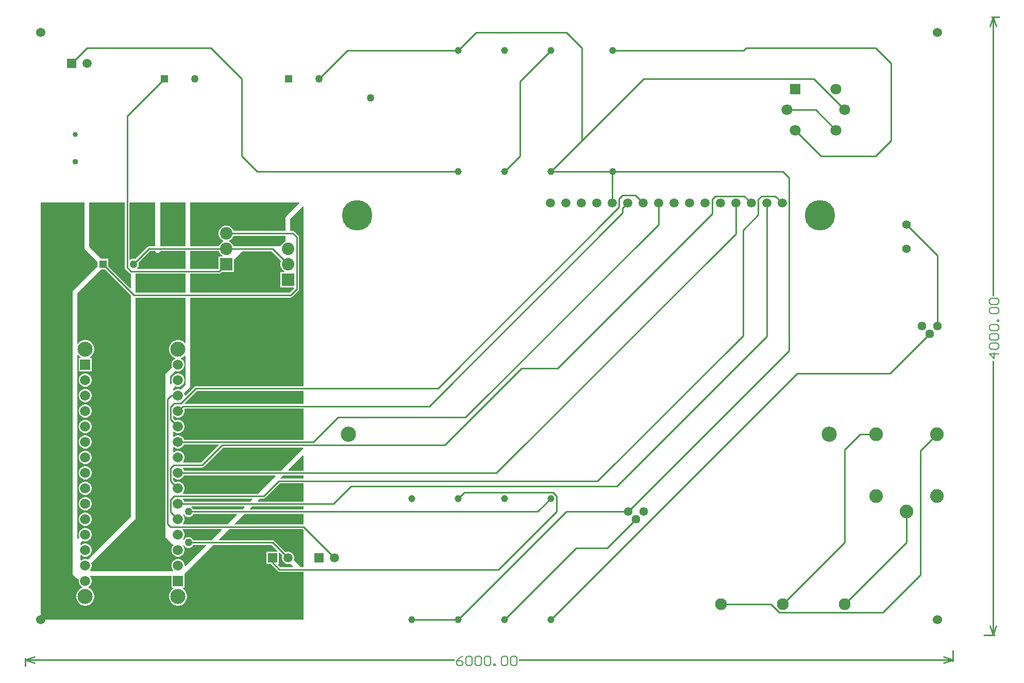
<source format=gbl>
G04*
G04 #@! TF.GenerationSoftware,Altium Limited,Altium Designer,23.6.0 (18)*
G04*
G04 Layer_Physical_Order=2*
G04 Layer_Color=16711680*
%FSLAX44Y44*%
%MOMM*%
G71*
G04*
G04 #@! TF.SameCoordinates,7898EC2A-0A59-48EF-961D-189EECB35E8C*
G04*
G04*
G04 #@! TF.FilePolarity,Positive*
G04*
G01*
G75*
%ADD13C,0.2540*%
%ADD42C,5.0000*%
%ADD43C,2.5000*%
%ADD44C,1.5000*%
%ADD45C,1.5240*%
%ADD46C,1.1500*%
%ADD47C,0.9500*%
%ADD48C,0.8500*%
%ADD49R,2.0550X2.0550*%
%ADD50C,2.0550*%
%ADD51C,2.2500*%
%ADD52R,1.2750X1.2750*%
%ADD53C,1.2750*%
%ADD54C,1.4400*%
%ADD55R,1.5000X1.5000*%
%ADD56C,1.9500*%
%ADD57C,1.4000*%
%ADD58C,1.8000*%
%ADD59R,1.8000X1.8000*%
%ADD60R,1.6650X1.6650*%
%ADD61C,1.6650*%
%ADD62C,2.4750*%
%ADD63C,1.2700*%
%ADD64C,0.1524*%
G36*
X450533Y710027D02*
X429053Y688547D01*
X428211Y687287D01*
X427915Y685800D01*
Y664285D01*
X342426D01*
X342142Y665346D01*
X340454Y668269D01*
X338069Y670655D01*
X335146Y672342D01*
X331887Y673215D01*
X328513D01*
X325254Y672342D01*
X322331Y670655D01*
X319946Y668269D01*
X318258Y665346D01*
X317385Y662087D01*
Y658713D01*
X318258Y655454D01*
X319946Y652531D01*
X322331Y650145D01*
X325254Y648458D01*
X325621Y648360D01*
Y647090D01*
X325254Y646992D01*
X322331Y645304D01*
X319946Y642918D01*
X318258Y639996D01*
X317974Y638934D01*
X271347D01*
Y711200D01*
X450047D01*
X450533Y710027D01*
D02*
G37*
G36*
X263577Y638934D02*
X221563D01*
Y711200D01*
X263577D01*
Y638934D01*
D02*
G37*
G36*
X427915Y647126D02*
X426854Y646842D01*
X423931Y645154D01*
X421545Y642768D01*
X419858Y639846D01*
X419574Y638785D01*
X407053D01*
X406300Y638934D01*
X342426D01*
X342142Y639996D01*
X340454Y642918D01*
X338069Y645304D01*
X335146Y646992D01*
X334779Y647090D01*
Y648360D01*
X335146Y648458D01*
X338069Y650145D01*
X340454Y652531D01*
X342142Y655454D01*
X342426Y656515D01*
X427915D01*
Y647126D01*
D02*
G37*
G36*
X263577Y601801D02*
X184404D01*
X183878Y603071D01*
X184934Y604126D01*
X186108Y606159D01*
X186715Y608426D01*
Y610774D01*
X186240Y612546D01*
X204859Y631165D01*
X213899D01*
X214089Y630211D01*
X214931Y628951D01*
X216191Y628109D01*
X217678Y627813D01*
X219165Y628109D01*
X220425Y628951D01*
X222639Y631165D01*
X263577D01*
Y601801D01*
D02*
G37*
G36*
X213793Y638934D02*
X203250D01*
X201763Y638639D01*
X200503Y637797D01*
X180746Y618040D01*
X178974Y618515D01*
X176626D01*
X174359Y617907D01*
X172541Y616858D01*
X171271Y617286D01*
Y711200D01*
X213793D01*
Y638934D01*
D02*
G37*
G36*
X318258Y630103D02*
X319946Y627181D01*
X322331Y624795D01*
X324082Y623785D01*
X323742Y622515D01*
X317385D01*
Y602378D01*
X316807Y601801D01*
X271347D01*
Y631165D01*
X317974D01*
X318258Y630103D01*
D02*
G37*
G36*
X163501Y604520D02*
X163797Y603033D01*
X164639Y601773D01*
X171243Y595169D01*
X172503Y594327D01*
X173915Y594046D01*
Y570638D01*
X172742Y570152D01*
X136715Y606179D01*
Y618515D01*
X124379D01*
X105485Y637409D01*
Y711200D01*
X163501D01*
Y604520D01*
D02*
G37*
G36*
X420408Y615448D02*
X419858Y614496D01*
X418985Y611237D01*
Y607863D01*
X419858Y604603D01*
X421545Y601681D01*
X423931Y599295D01*
X425681Y598285D01*
X425341Y597015D01*
X418985D01*
Y571385D01*
X441159D01*
X441685Y570115D01*
X434255Y562685D01*
X271347D01*
Y594031D01*
X318416D01*
X319903Y594327D01*
X321163Y595169D01*
X322879Y596885D01*
X343015D01*
Y617021D01*
X357009Y631015D01*
X404841D01*
X420408Y615448D01*
D02*
G37*
G36*
X263577Y562685D02*
X181685D01*
Y594031D01*
X263577D01*
Y562685D01*
D02*
G37*
G36*
Y480234D02*
X262307Y479708D01*
X260677Y481338D01*
X258234Y482970D01*
X255520Y484095D01*
X252638Y484668D01*
X249700D01*
X246819Y484095D01*
X244104Y482970D01*
X241662Y481338D01*
X239584Y479260D01*
X237952Y476818D01*
X236828Y474103D01*
X236254Y471222D01*
Y468284D01*
X236828Y465402D01*
X237952Y462688D01*
X239584Y460245D01*
X241662Y458167D01*
X244104Y456535D01*
X246399Y455585D01*
X246546Y454355D01*
X246508Y454207D01*
X244498Y453047D01*
X242475Y451024D01*
X241045Y448546D01*
X240304Y445783D01*
Y442922D01*
X241045Y440159D01*
X241205Y439882D01*
X231187Y429864D01*
X230345Y428604D01*
X230049Y427117D01*
Y387604D01*
Y183134D01*
Y162560D01*
X230345Y161073D01*
X231187Y159813D01*
X241601Y149399D01*
X242861Y148557D01*
X242987Y148532D01*
X243405Y147154D01*
X242475Y146224D01*
X241045Y143746D01*
X240304Y140983D01*
Y138122D01*
X241045Y135359D01*
X242475Y132881D01*
X244498Y130858D01*
X246976Y129428D01*
X249739Y128688D01*
X252600D01*
X255363Y129428D01*
X257841Y130858D01*
X259864Y132881D01*
X261294Y135359D01*
X262034Y138122D01*
Y140983D01*
X261294Y143746D01*
X259864Y146224D01*
X259714Y146373D01*
X260205Y147678D01*
X260771Y147715D01*
X261364Y146687D01*
X263019Y145032D01*
X265047Y143862D01*
X267308Y143256D01*
X269648D01*
X271909Y143862D01*
X273937Y145032D01*
X275592Y146687D01*
X276500Y148261D01*
X296556D01*
X297042Y147088D01*
X263304Y113350D01*
X262034Y113876D01*
Y115583D01*
X261294Y118346D01*
X259864Y120824D01*
X257841Y122847D01*
X255363Y124277D01*
X252600Y125018D01*
X249739D01*
X246976Y124277D01*
X244498Y122847D01*
X242475Y120824D01*
X241045Y118346D01*
X240304Y115583D01*
Y112722D01*
X241045Y109959D01*
X242475Y107481D01*
X243456Y106501D01*
X242930Y105231D01*
X107009D01*
X106483Y106501D01*
X107464Y107481D01*
X108894Y109959D01*
X109634Y112722D01*
Y115583D01*
X108894Y118346D01*
X108734Y118624D01*
X180547Y190436D01*
X181389Y191697D01*
X181685Y193183D01*
Y554915D01*
X263577D01*
Y480234D01*
D02*
G37*
G36*
Y459272D02*
Y411454D01*
X255640Y403517D01*
X255363Y403677D01*
X252600Y404418D01*
X249739D01*
X246976Y403677D01*
X244498Y402247D01*
X244072Y401821D01*
X242899Y402307D01*
Y405188D01*
X246699Y408988D01*
X246976Y408828D01*
X249739Y408088D01*
X252600D01*
X255363Y408828D01*
X257841Y410258D01*
X259864Y412281D01*
X261294Y414759D01*
X262034Y417522D01*
Y420383D01*
X261294Y423146D01*
X259864Y425624D01*
X257841Y427647D01*
X255363Y429077D01*
X252600Y429818D01*
X249739D01*
X246976Y429077D01*
X244498Y427647D01*
X242475Y425624D01*
X241045Y423146D01*
X240304Y420383D01*
Y417522D01*
X241045Y414759D01*
X241205Y414482D01*
X238992Y412269D01*
X237819Y412755D01*
Y425508D01*
X246699Y434388D01*
X246976Y434228D01*
X249739Y433488D01*
X252600D01*
X255363Y434228D01*
X257841Y435658D01*
X259864Y437681D01*
X261294Y440159D01*
X262034Y442922D01*
Y445783D01*
X261294Y448546D01*
X259864Y451024D01*
X257841Y453047D01*
X255831Y454207D01*
X255793Y454355D01*
X255940Y455585D01*
X258234Y456535D01*
X260677Y458167D01*
X262307Y459798D01*
X263577Y459272D01*
D02*
G37*
G36*
X173915Y557991D02*
Y194792D01*
X103240Y124117D01*
X102963Y124277D01*
X100200Y125018D01*
X97339D01*
X94576Y124277D01*
X92098Y122847D01*
X91672Y122421D01*
X90499Y122907D01*
Y130799D01*
X91672Y131285D01*
X92098Y130858D01*
X94576Y129428D01*
X97339Y128688D01*
X100200D01*
X102963Y129428D01*
X105441Y130858D01*
X107464Y132881D01*
X108894Y135359D01*
X109634Y138122D01*
Y140983D01*
X108894Y143746D01*
X107464Y146224D01*
X105441Y148247D01*
X102963Y149677D01*
X100200Y150418D01*
X97339D01*
X94576Y149677D01*
X92098Y148247D01*
X91672Y147821D01*
X90499Y148307D01*
Y151188D01*
X94299Y154988D01*
X94576Y154828D01*
X97339Y154088D01*
X100200D01*
X102963Y154828D01*
X105441Y156258D01*
X107464Y158281D01*
X108894Y160759D01*
X109634Y163522D01*
Y166383D01*
X108894Y169146D01*
X107464Y171624D01*
X105441Y173647D01*
X102963Y175077D01*
X100200Y175818D01*
X97339D01*
X94576Y175077D01*
X92098Y173647D01*
X90075Y171624D01*
X88645Y169146D01*
X87904Y166383D01*
Y163522D01*
X88645Y160759D01*
X88805Y160482D01*
X86592Y158269D01*
X85419Y158755D01*
Y460601D01*
X86689Y460987D01*
X87184Y460245D01*
X89262Y458167D01*
X91705Y456535D01*
X91819Y456488D01*
X91567Y455218D01*
X87904D01*
Y433488D01*
X109634D01*
Y455218D01*
X105972D01*
X105720Y456488D01*
X105834Y456535D01*
X108277Y458167D01*
X110355Y460245D01*
X111987Y462688D01*
X113111Y465402D01*
X113684Y468284D01*
Y471222D01*
X113111Y474103D01*
X111987Y476818D01*
X110355Y479260D01*
X108277Y481338D01*
X105834Y482970D01*
X103120Y484095D01*
X100238Y484668D01*
X97300D01*
X94419Y484095D01*
X91705Y482970D01*
X89262Y481338D01*
X87184Y479260D01*
X86689Y478519D01*
X85419Y478904D01*
Y561725D01*
X124379Y600685D01*
X131221D01*
X173915Y557991D01*
D02*
G37*
G36*
X457200Y704047D02*
Y409269D01*
X280416D01*
X278929Y408973D01*
X277669Y408131D01*
X263208Y393670D01*
X262034Y394156D01*
Y394983D01*
X261294Y397746D01*
X261134Y398023D01*
X270209Y407098D01*
X271051Y408359D01*
X271347Y409845D01*
Y554915D01*
X435864D01*
X437351Y555211D01*
X438611Y556053D01*
X448771Y566213D01*
X449613Y567473D01*
X449909Y568960D01*
Y654050D01*
X449613Y655537D01*
X448771Y656797D01*
X442421Y663147D01*
X441161Y663989D01*
X439674Y664285D01*
X435685D01*
Y684191D01*
X456027Y704533D01*
X457200Y704047D01*
D02*
G37*
G36*
Y380059D02*
X262244D01*
X261758Y381232D01*
X282025Y401499D01*
X457200D01*
Y380059D01*
D02*
G37*
G36*
Y321237D02*
X261377D01*
X261294Y321546D01*
X259864Y324024D01*
X257841Y326047D01*
X255363Y327477D01*
X252600Y328218D01*
X249739D01*
X246976Y327477D01*
X244498Y326047D01*
X244072Y325621D01*
X242899Y326107D01*
Y333999D01*
X244072Y334485D01*
X244498Y334058D01*
X246976Y332628D01*
X249739Y331888D01*
X252600D01*
X255363Y332628D01*
X257841Y334058D01*
X259864Y336081D01*
X261294Y338559D01*
X262034Y341322D01*
Y344183D01*
X261294Y346946D01*
X259864Y349424D01*
X257841Y351447D01*
X255363Y352877D01*
X252600Y353618D01*
X249739D01*
X246976Y352877D01*
X246699Y352717D01*
X242899Y356517D01*
Y359399D01*
X244072Y359885D01*
X244498Y359459D01*
X246976Y358028D01*
X249739Y357288D01*
X252600D01*
X255363Y358028D01*
X257841Y359459D01*
X259864Y361481D01*
X261294Y363959D01*
X262034Y366722D01*
Y369583D01*
X261579Y371282D01*
X262352Y372289D01*
X457200D01*
Y321237D01*
D02*
G37*
G36*
X318231Y312295D02*
X289221Y283285D01*
X259526D01*
X259040Y284458D01*
X259864Y285281D01*
X261294Y287759D01*
X262034Y290522D01*
Y293383D01*
X261294Y296146D01*
X259864Y298624D01*
X257841Y300647D01*
X255363Y302077D01*
X252600Y302818D01*
X249739D01*
X246976Y302077D01*
X244498Y300647D01*
X244072Y300221D01*
X242899Y300707D01*
Y308599D01*
X244072Y309085D01*
X244498Y308659D01*
X246976Y307228D01*
X249739Y306488D01*
X252600D01*
X255363Y307228D01*
X257841Y308659D01*
X259864Y310681D01*
X261294Y313159D01*
X261377Y313468D01*
X317745D01*
X318231Y312295D01*
D02*
G37*
G36*
X457200Y294599D02*
Y270437D01*
X433038D01*
X432552Y271611D01*
X456027Y295085D01*
X457200Y294599D01*
D02*
G37*
G36*
X456966Y307011D02*
X420392Y270437D01*
X261377D01*
X261294Y270746D01*
X259864Y273224D01*
X258842Y274245D01*
X259368Y275515D01*
X290830D01*
X292317Y275811D01*
X293577Y276653D01*
X325205Y308281D01*
X456634D01*
X456966Y307011D01*
D02*
G37*
G36*
X457200Y257123D02*
X419724D01*
X419238Y258296D01*
X423610Y262668D01*
X457200D01*
Y257123D01*
D02*
G37*
G36*
X411449Y261495D02*
X382185Y232231D01*
X259409D01*
X258883Y233501D01*
X259864Y234481D01*
X261294Y236959D01*
X262034Y239722D01*
Y242583D01*
X261294Y245346D01*
X259864Y247824D01*
X257841Y249847D01*
X255363Y251277D01*
X252600Y252018D01*
X249739D01*
X246976Y251277D01*
X246699Y251117D01*
X242899Y254917D01*
Y257799D01*
X244072Y258285D01*
X244498Y257859D01*
X246976Y256428D01*
X249739Y255688D01*
X252600D01*
X255363Y256428D01*
X257841Y257859D01*
X259864Y259881D01*
X261294Y262359D01*
X261377Y262668D01*
X410963D01*
X411449Y261495D01*
D02*
G37*
G36*
X457200Y219637D02*
X382238D01*
X381752Y220811D01*
X385403Y224461D01*
X391922D01*
X393409Y224757D01*
X394669Y225599D01*
X418423Y249353D01*
X457200D01*
Y219637D01*
D02*
G37*
G36*
X373242Y223288D02*
X369592Y219637D01*
X261377D01*
X261294Y219946D01*
X259864Y222424D01*
X259096Y223191D01*
X259622Y224461D01*
X372756D01*
X373242Y223288D01*
D02*
G37*
G36*
X457200Y206831D02*
X369432D01*
X368946Y208004D01*
X372810Y211868D01*
X457200D01*
Y206831D01*
D02*
G37*
G36*
X360649Y210695D02*
X356785Y206831D01*
X276500D01*
X275592Y208405D01*
X273937Y210060D01*
X273004Y210598D01*
X273345Y211868D01*
X360163D01*
X360649Y210695D01*
D02*
G37*
G36*
X347842Y197888D02*
X331893Y181939D01*
X259780D01*
X259294Y183112D01*
X259864Y183681D01*
X261294Y186159D01*
X262034Y188922D01*
Y191783D01*
X261294Y194546D01*
X259864Y197024D01*
X259714Y197173D01*
X260205Y198478D01*
X260771Y198515D01*
X261364Y197487D01*
X263019Y195832D01*
X265047Y194662D01*
X267308Y194056D01*
X269648D01*
X271909Y194662D01*
X273937Y195832D01*
X275592Y197487D01*
X276500Y199061D01*
X347356D01*
X347842Y197888D01*
D02*
G37*
G36*
X457200Y182147D02*
X456946Y181939D01*
X344540D01*
X344054Y183112D01*
X360003Y199061D01*
X457200D01*
Y182147D01*
D02*
G37*
G36*
X322950Y172996D02*
X305985Y156031D01*
X276500D01*
X275592Y157605D01*
X273937Y159260D01*
X271909Y160430D01*
X269648Y161036D01*
X267308D01*
X265047Y160430D01*
X263019Y159260D01*
X261364Y157605D01*
X260582Y156250D01*
X259478Y156277D01*
X259006Y157423D01*
X259864Y158281D01*
X261294Y160759D01*
X262034Y163522D01*
Y166383D01*
X261294Y169146D01*
X259864Y171624D01*
X258588Y172899D01*
X259114Y174169D01*
X322464D01*
X322950Y172996D01*
D02*
G37*
G36*
X457200Y172306D02*
Y111581D01*
X452713D01*
X441159Y123135D01*
X441840Y125678D01*
Y128322D01*
X441156Y130875D01*
X439834Y133165D01*
X437965Y135034D01*
X435675Y136356D01*
X433122Y137040D01*
X430478D01*
X427935Y136359D01*
X409401Y154893D01*
X408141Y155735D01*
X406654Y156031D01*
X318632D01*
X318146Y157204D01*
X335111Y174169D01*
X455337D01*
X457200Y172306D01*
D02*
G37*
G36*
X422441Y130865D02*
X421760Y128322D01*
Y125678D01*
X422444Y123125D01*
X423766Y120835D01*
X425635Y118966D01*
X427925Y117644D01*
X430478Y116960D01*
X433122D01*
X435665Y117641D01*
X440552Y112754D01*
X440066Y111581D01*
X419439D01*
X415233Y115787D01*
X415719Y116960D01*
X416440D01*
Y135207D01*
X417613Y135693D01*
X422441Y130865D01*
D02*
G37*
G36*
X97715Y635800D02*
X98011Y634314D01*
X98853Y633053D01*
X118885Y613021D01*
Y606179D01*
X78787Y566081D01*
X77945Y564821D01*
X77649Y563334D01*
Y101600D01*
X77945Y100113D01*
X78787Y98853D01*
X84121Y93519D01*
X85381Y92677D01*
X86868Y92381D01*
X87450D01*
X88223Y91374D01*
X87904Y90183D01*
Y87322D01*
X88645Y84559D01*
X90075Y82081D01*
X92098Y80058D01*
X94108Y78898D01*
X94146Y78750D01*
X93999Y77521D01*
X91705Y76570D01*
X89262Y74938D01*
X87184Y72860D01*
X85552Y70418D01*
X84428Y67703D01*
X83854Y64822D01*
Y61884D01*
X84428Y59002D01*
X85552Y56288D01*
X87184Y53845D01*
X89262Y51768D01*
X91705Y50135D01*
X94419Y49011D01*
X97300Y48438D01*
X100238D01*
X103120Y49011D01*
X105834Y50135D01*
X108277Y51768D01*
X110355Y53845D01*
X111987Y56288D01*
X113111Y59002D01*
X113684Y61884D01*
Y64822D01*
X113111Y67703D01*
X111987Y70418D01*
X110355Y72860D01*
X108277Y74938D01*
X105834Y76570D01*
X103540Y77521D01*
X103392Y78750D01*
X103431Y78898D01*
X105441Y80058D01*
X107464Y82081D01*
X108894Y84559D01*
X109634Y87322D01*
Y90183D01*
X108894Y92946D01*
X107464Y95424D01*
X106696Y96191D01*
X107222Y97461D01*
X240304D01*
Y77888D01*
X243967D01*
X244219Y76618D01*
X244104Y76570D01*
X241662Y74938D01*
X239584Y72860D01*
X237952Y70418D01*
X236828Y67703D01*
X236254Y64822D01*
Y61884D01*
X236828Y59002D01*
X237952Y56288D01*
X239584Y53845D01*
X241662Y51768D01*
X244104Y50135D01*
X246819Y49011D01*
X249700Y48438D01*
X252638D01*
X255520Y49011D01*
X258234Y50135D01*
X260677Y51768D01*
X262755Y53845D01*
X264387Y56288D01*
X265511Y59002D01*
X266084Y61884D01*
Y64822D01*
X265511Y67703D01*
X264387Y70418D01*
X262755Y72860D01*
X260677Y74938D01*
X258234Y76570D01*
X258120Y76618D01*
X258372Y77888D01*
X262034D01*
Y99618D01*
X262034D01*
X261602Y100661D01*
X309203Y148261D01*
X405045D01*
X415093Y138213D01*
X414607Y137040D01*
X396360D01*
Y116960D01*
X403265D01*
X403653Y116379D01*
X415083Y104949D01*
X416343Y104107D01*
X417830Y103811D01*
X457200D01*
Y25400D01*
X25400D01*
Y711200D01*
X97715D01*
Y635800D01*
D02*
G37*
%LPC*%
G36*
X100200Y429818D02*
X97339D01*
X94576Y429077D01*
X92098Y427647D01*
X90075Y425624D01*
X88645Y423146D01*
X87904Y420383D01*
Y417522D01*
X88645Y414759D01*
X90075Y412281D01*
X92098Y410258D01*
X94576Y408828D01*
X97339Y408088D01*
X100200D01*
X102963Y408828D01*
X105441Y410258D01*
X107464Y412281D01*
X108894Y414759D01*
X109634Y417522D01*
Y420383D01*
X108894Y423146D01*
X107464Y425624D01*
X105441Y427647D01*
X102963Y429077D01*
X100200Y429818D01*
D02*
G37*
G36*
Y404418D02*
X97339D01*
X94576Y403677D01*
X92098Y402247D01*
X90075Y400224D01*
X88645Y397746D01*
X87904Y394983D01*
Y392122D01*
X88645Y389359D01*
X90075Y386881D01*
X92098Y384859D01*
X94576Y383428D01*
X97339Y382688D01*
X100200D01*
X102963Y383428D01*
X105441Y384859D01*
X107464Y386881D01*
X108894Y389359D01*
X109634Y392122D01*
Y394983D01*
X108894Y397746D01*
X107464Y400224D01*
X105441Y402247D01*
X102963Y403677D01*
X100200Y404418D01*
D02*
G37*
G36*
Y379018D02*
X97339D01*
X94576Y378277D01*
X92098Y376847D01*
X90075Y374824D01*
X88645Y372346D01*
X87904Y369583D01*
Y366722D01*
X88645Y363959D01*
X90075Y361481D01*
X92098Y359459D01*
X94576Y358028D01*
X97339Y357288D01*
X100200D01*
X102963Y358028D01*
X105441Y359459D01*
X107464Y361481D01*
X108894Y363959D01*
X109634Y366722D01*
Y369583D01*
X108894Y372346D01*
X107464Y374824D01*
X105441Y376847D01*
X102963Y378277D01*
X100200Y379018D01*
D02*
G37*
G36*
Y353618D02*
X97339D01*
X94576Y352877D01*
X92098Y351447D01*
X90075Y349424D01*
X88645Y346946D01*
X87904Y344183D01*
Y341322D01*
X88645Y338559D01*
X90075Y336081D01*
X92098Y334058D01*
X94576Y332628D01*
X97339Y331888D01*
X100200D01*
X102963Y332628D01*
X105441Y334058D01*
X107464Y336081D01*
X108894Y338559D01*
X109634Y341322D01*
Y344183D01*
X108894Y346946D01*
X107464Y349424D01*
X105441Y351447D01*
X102963Y352877D01*
X100200Y353618D01*
D02*
G37*
G36*
Y328218D02*
X97339D01*
X94576Y327477D01*
X92098Y326047D01*
X90075Y324024D01*
X88645Y321546D01*
X87904Y318783D01*
Y315922D01*
X88645Y313159D01*
X90075Y310681D01*
X92098Y308659D01*
X94576Y307228D01*
X97339Y306488D01*
X100200D01*
X102963Y307228D01*
X105441Y308659D01*
X107464Y310681D01*
X108894Y313159D01*
X109634Y315922D01*
Y318783D01*
X108894Y321546D01*
X107464Y324024D01*
X105441Y326047D01*
X102963Y327477D01*
X100200Y328218D01*
D02*
G37*
G36*
Y302818D02*
X97339D01*
X94576Y302077D01*
X92098Y300647D01*
X90075Y298624D01*
X88645Y296146D01*
X87904Y293383D01*
Y290522D01*
X88645Y287759D01*
X90075Y285281D01*
X92098Y283258D01*
X94576Y281828D01*
X97339Y281088D01*
X100200D01*
X102963Y281828D01*
X105441Y283258D01*
X107464Y285281D01*
X108894Y287759D01*
X109634Y290522D01*
Y293383D01*
X108894Y296146D01*
X107464Y298624D01*
X105441Y300647D01*
X102963Y302077D01*
X100200Y302818D01*
D02*
G37*
G36*
Y277418D02*
X97339D01*
X94576Y276677D01*
X92098Y275247D01*
X90075Y273224D01*
X88645Y270746D01*
X87904Y267983D01*
Y265122D01*
X88645Y262359D01*
X90075Y259881D01*
X92098Y257859D01*
X94576Y256428D01*
X97339Y255688D01*
X100200D01*
X102963Y256428D01*
X105441Y257859D01*
X107464Y259881D01*
X108894Y262359D01*
X109634Y265122D01*
Y267983D01*
X108894Y270746D01*
X107464Y273224D01*
X105441Y275247D01*
X102963Y276677D01*
X100200Y277418D01*
D02*
G37*
G36*
Y252018D02*
X97339D01*
X94576Y251277D01*
X92098Y249847D01*
X90075Y247824D01*
X88645Y245346D01*
X87904Y242583D01*
Y239722D01*
X88645Y236959D01*
X90075Y234481D01*
X92098Y232458D01*
X94576Y231028D01*
X97339Y230288D01*
X100200D01*
X102963Y231028D01*
X105441Y232458D01*
X107464Y234481D01*
X108894Y236959D01*
X109634Y239722D01*
Y242583D01*
X108894Y245346D01*
X107464Y247824D01*
X105441Y249847D01*
X102963Y251277D01*
X100200Y252018D01*
D02*
G37*
G36*
Y226618D02*
X97339D01*
X94576Y225877D01*
X92098Y224447D01*
X90075Y222424D01*
X88645Y219946D01*
X87904Y217183D01*
Y214322D01*
X88645Y211559D01*
X90075Y209081D01*
X92098Y207059D01*
X94576Y205628D01*
X97339Y204888D01*
X100200D01*
X102963Y205628D01*
X105441Y207059D01*
X107464Y209081D01*
X108894Y211559D01*
X109634Y214322D01*
Y217183D01*
X108894Y219946D01*
X107464Y222424D01*
X105441Y224447D01*
X102963Y225877D01*
X100200Y226618D01*
D02*
G37*
G36*
Y201218D02*
X97339D01*
X94576Y200477D01*
X92098Y199047D01*
X90075Y197024D01*
X88645Y194546D01*
X87904Y191783D01*
Y188922D01*
X88645Y186159D01*
X90075Y183681D01*
X92098Y181658D01*
X94576Y180228D01*
X97339Y179488D01*
X100200D01*
X102963Y180228D01*
X105441Y181658D01*
X107464Y183681D01*
X108894Y186159D01*
X109634Y188922D01*
Y191783D01*
X108894Y194546D01*
X107464Y197024D01*
X105441Y199047D01*
X102963Y200477D01*
X100200Y201218D01*
D02*
G37*
%LPD*%
D13*
X1218400Y491026D02*
Y710200D01*
X971722Y244348D02*
X1218400Y491026D01*
X534924Y244348D02*
X971722D01*
X990600Y203200D02*
X1255110Y467710D01*
Y751490D01*
X1268222Y430022D02*
X1420622D01*
X863600Y25400D02*
X1268222Y430022D01*
X416814Y253238D02*
X940308D01*
X391922Y228346D02*
X416814Y253238D01*
X245110Y228346D02*
X391922D01*
X965200Y961000D02*
X1180212D01*
X965200Y762000D02*
X1244600D01*
X1255110Y751490D01*
X1470890Y99290D02*
Y303291D01*
X1497800Y330200D01*
X1408840Y37240D02*
X1470890Y99290D01*
X1238983Y37240D02*
X1408840D01*
X1225423Y50800D02*
X1238983Y37240D01*
X1143000Y50800D02*
X1225423D01*
X1371600Y330200D02*
X1397800D01*
X1346200Y304800D02*
X1371600Y330200D01*
X1346200Y152400D02*
Y304800D01*
X1244600Y50800D02*
X1346200Y152400D01*
Y50800D02*
X1447800Y152400D01*
Y203200D01*
X1180212Y961000D02*
X1184412Y965200D01*
X1397000D01*
X1422400Y939800D01*
Y812800D02*
Y939800D01*
X1397000Y787400D02*
X1422400Y812800D01*
X1265113Y830013D02*
X1307725Y787400D01*
X1397000D01*
X1447800Y675000D02*
X1498600Y624200D01*
Y508000D02*
Y624200D01*
X1016000Y914400D02*
X1295400D01*
X1346200Y863600D01*
X914400Y812800D02*
X1016000Y914400D01*
X863600Y762000D02*
X914400Y812800D01*
Y965200D01*
X889000Y990600D02*
X914400Y965200D01*
X740800Y990600D02*
X889000D01*
X711200Y961000D02*
X740800Y990600D01*
X812800Y910200D02*
X863600Y961000D01*
X812800Y787400D02*
Y910200D01*
X787400Y762000D02*
X812800Y787400D01*
X381000Y762000D02*
X711200D01*
X355600Y787400D02*
X381000Y762000D01*
X355600Y787400D02*
Y914400D01*
X304800Y965200D02*
X355600Y914400D01*
X76200Y939800D02*
X101600Y965200D01*
X304800D01*
X482600Y914400D02*
X529200Y961000D01*
X711200D01*
X1251200Y863600D02*
X1298700D01*
X1332287Y830013D01*
X863600Y762000D02*
X965200D01*
X964800Y761600D02*
X965200Y762000D01*
X964800Y710600D02*
Y761600D01*
X964400Y710200D02*
X964800Y710600D01*
X787400Y25400D02*
X905002Y143002D01*
X955802D01*
X1003300Y190500D01*
X1420622Y430022D02*
X1485900Y495300D01*
X177800Y609600D02*
X203250Y635050D01*
X330200D01*
X406300D01*
X431800Y609550D01*
X635000Y25400D02*
X711200D01*
X889000Y203200D01*
X990600D01*
X318416Y597916D02*
X330200Y609700D01*
X173990Y597916D02*
X318416D01*
X167386Y604520D02*
X173990Y597916D01*
X167386Y604520D02*
Y853186D01*
X228600Y914400D01*
X251169Y368153D02*
X259191Y376174D01*
X663949D01*
X981785Y694009D01*
Y702185D01*
X989800Y710200D01*
X239014Y354908D02*
X251169Y342753D01*
X239014Y354908D02*
Y374650D01*
X245110Y380746D01*
X255778D01*
X280416Y405384D01*
X677926D01*
X975868Y703326D01*
Y717296D01*
X981710Y723138D01*
X1002262D01*
X1015200Y710200D01*
X251169Y317353D02*
X473563D01*
X514096Y357886D01*
X723608D01*
X1040600Y674878D01*
Y710200D01*
X251169Y266553D02*
X774299D01*
X1167600Y659854D01*
Y710200D01*
X239014Y253308D02*
X251169Y241153D01*
X239014Y253308D02*
Y274320D01*
X244094Y279400D01*
X290830D01*
X323596Y312166D01*
X689356D01*
X815594Y438404D01*
X875030D01*
X1129030Y692404D01*
Y716534D01*
X1134110Y721614D01*
X1181586D01*
X1193000Y710200D01*
X251169Y215753D02*
X506329D01*
X534924Y244348D01*
X239014Y202508D02*
X251169Y190353D01*
X239014Y202508D02*
Y222250D01*
X245110Y228346D01*
X940308Y253238D02*
X1179322Y492252D01*
Y665734D01*
X1204468Y690880D01*
Y716280D01*
X1209802Y721614D01*
X1232386D01*
X1243800Y710200D01*
X239883Y393553D02*
X251169D01*
X233934Y387604D02*
X239883Y393553D01*
X233934Y183134D02*
Y387604D01*
Y183134D02*
X239014Y178054D01*
X456946D01*
X508000Y127000D01*
X268478Y202946D02*
X842146D01*
X863600Y224400D01*
X127800Y609600D02*
X178600Y558800D01*
X435864D01*
X446024Y568960D01*
Y654050D01*
X439674Y660400D02*
X446024Y654050D01*
X330200Y660400D02*
X439674D01*
X268478Y152146D02*
X406654D01*
X431800Y127000D01*
X406400Y119126D02*
Y127000D01*
Y119126D02*
X417830Y107696D01*
X777748D01*
X873252Y203200D01*
Y228600D01*
X867156Y234696D02*
X873252Y228600D01*
X721496Y234696D02*
X867156D01*
X711200Y224400D02*
X721496Y234696D01*
X1590040Y1016000D02*
X1595120Y1000760D01*
X1584960D02*
X1590040Y1016000D01*
X1584960Y15240D02*
X1590040Y0D01*
X1595120Y15240D01*
X1590040Y557514D02*
Y1016000D01*
Y0D02*
Y450358D01*
X1587500Y1016000D02*
X1600200D01*
X1574800Y0D02*
X1592580D01*
X0Y-40640D02*
X15240Y-35560D01*
X0Y-40640D02*
X15240Y-45720D01*
X1508760D02*
X1524000Y-40640D01*
X1508760Y-35560D02*
X1524000Y-40640D01*
X0D02*
X704358D01*
X811514D02*
X1524000D01*
X0Y-50800D02*
Y-38100D01*
X1524000Y-43180D02*
Y-25400D01*
D42*
X545800Y690200D02*
D03*
X1305800D02*
D03*
D43*
X530800Y330200D02*
D03*
X1320800D02*
D03*
D44*
X888200Y710200D02*
D03*
X862800D02*
D03*
X1243800D02*
D03*
X1218400D02*
D03*
X1193000D02*
D03*
X1167600D02*
D03*
X1142200D02*
D03*
X1116800D02*
D03*
X1091400D02*
D03*
X1066000D02*
D03*
X1040600D02*
D03*
X1015200D02*
D03*
X989800D02*
D03*
X964400D02*
D03*
X939000D02*
D03*
X913600D02*
D03*
X431800Y127000D02*
D03*
X508000D02*
D03*
X101600Y939800D02*
D03*
D45*
X1498600Y25400D02*
D03*
X25400D02*
D03*
Y990600D02*
D03*
X1498600D02*
D03*
D46*
X863600Y762000D02*
D03*
Y961000D02*
D03*
X787400Y25400D02*
D03*
Y224400D02*
D03*
X711200Y25400D02*
D03*
Y224400D02*
D03*
X635000Y25400D02*
D03*
Y224400D02*
D03*
X863600Y25400D02*
D03*
Y224400D02*
D03*
X711200Y762000D02*
D03*
Y961000D02*
D03*
X965200Y762000D02*
D03*
Y961000D02*
D03*
X787400Y762000D02*
D03*
Y961000D02*
D03*
D47*
X82400Y778000D02*
D03*
D48*
Y823000D02*
D03*
D49*
X330200Y609700D02*
D03*
X431800Y584200D02*
D03*
D50*
X330200Y635050D02*
D03*
Y660400D02*
D03*
X431800Y609550D02*
D03*
Y634900D02*
D03*
D51*
X1497800Y228200D02*
D03*
Y330200D02*
D03*
X1397800D02*
D03*
Y228200D02*
D03*
X1447800Y203200D02*
D03*
D52*
X127800Y609600D02*
D03*
X228600Y914400D02*
D03*
X432600D02*
D03*
D53*
X177800Y609600D02*
D03*
X278600Y914400D02*
D03*
X482600D02*
D03*
D54*
X1016000Y203200D02*
D03*
X1003300Y190500D02*
D03*
X990600Y203200D02*
D03*
X1498600Y508000D02*
D03*
X1485900Y495300D02*
D03*
X1473200Y508000D02*
D03*
D55*
X406400Y127000D02*
D03*
X482600D02*
D03*
X76200Y939800D02*
D03*
D56*
X1346200Y50800D02*
D03*
X1244600D02*
D03*
X1143000D02*
D03*
D57*
X1447800Y675000D02*
D03*
Y635000D02*
D03*
D58*
X1251200Y863600D02*
D03*
X1346200D02*
D03*
X1332287Y830013D02*
D03*
X1265113D02*
D03*
X1332287Y897187D02*
D03*
D59*
X1265113D02*
D03*
D60*
X98769Y444353D02*
D03*
X251169Y88753D02*
D03*
D61*
X98769Y418953D02*
D03*
Y393553D02*
D03*
Y368153D02*
D03*
Y342753D02*
D03*
Y317353D02*
D03*
Y291953D02*
D03*
Y266553D02*
D03*
Y241153D02*
D03*
Y215753D02*
D03*
Y190353D02*
D03*
Y164953D02*
D03*
Y139553D02*
D03*
Y114153D02*
D03*
Y88753D02*
D03*
X251169Y114153D02*
D03*
Y139553D02*
D03*
Y164953D02*
D03*
Y190353D02*
D03*
Y215753D02*
D03*
Y241153D02*
D03*
Y266553D02*
D03*
Y291953D02*
D03*
Y317353D02*
D03*
Y342753D02*
D03*
Y368153D02*
D03*
Y393553D02*
D03*
Y418953D02*
D03*
Y444353D02*
D03*
D62*
X98769Y469753D02*
D03*
X251169D02*
D03*
Y63353D02*
D03*
X98769D02*
D03*
D63*
X567690Y882650D02*
D03*
X268478Y202946D02*
D03*
Y152146D02*
D03*
D64*
X1599182Y462039D02*
X1583947D01*
X1591564Y454422D01*
Y464579D01*
X1586486Y469657D02*
X1583947Y472196D01*
Y477275D01*
X1586486Y479814D01*
X1596642D01*
X1599182Y477275D01*
Y472196D01*
X1596642Y469657D01*
X1586486D01*
Y484892D02*
X1583947Y487431D01*
Y492510D01*
X1586486Y495049D01*
X1596642D01*
X1599182Y492510D01*
Y487431D01*
X1596642Y484892D01*
X1586486D01*
Y500127D02*
X1583947Y502666D01*
Y507745D01*
X1586486Y510284D01*
X1596642D01*
X1599182Y507745D01*
Y502666D01*
X1596642Y500127D01*
X1586486D01*
X1599182Y515362D02*
X1596642D01*
Y517901D01*
X1599182D01*
Y515362D01*
X1586486Y528058D02*
X1583947Y530597D01*
Y535676D01*
X1586486Y538215D01*
X1596642D01*
X1599182Y535676D01*
Y530597D01*
X1596642Y528058D01*
X1586486D01*
Y543293D02*
X1583947Y545832D01*
Y550911D01*
X1586486Y553450D01*
X1596642D01*
X1599182Y550911D01*
Y545832D01*
X1596642Y543293D01*
X1586486D01*
X718579Y-34546D02*
X713500Y-37086D01*
X708422Y-42164D01*
Y-47242D01*
X710961Y-49781D01*
X716040D01*
X718579Y-47242D01*
Y-44703D01*
X716040Y-42164D01*
X708422D01*
X723657Y-37086D02*
X726196Y-34546D01*
X731275D01*
X733814Y-37086D01*
Y-47242D01*
X731275Y-49781D01*
X726196D01*
X723657Y-47242D01*
Y-37086D01*
X738892D02*
X741431Y-34546D01*
X746510D01*
X749049Y-37086D01*
Y-47242D01*
X746510Y-49781D01*
X741431D01*
X738892Y-47242D01*
Y-37086D01*
X754127D02*
X756666Y-34546D01*
X761745D01*
X764284Y-37086D01*
Y-47242D01*
X761745Y-49781D01*
X756666D01*
X754127Y-47242D01*
Y-37086D01*
X769362Y-49781D02*
Y-47242D01*
X771901D01*
Y-49781D01*
X769362D01*
X782058Y-37086D02*
X784597Y-34546D01*
X789676D01*
X792215Y-37086D01*
Y-47242D01*
X789676Y-49781D01*
X784597D01*
X782058Y-47242D01*
Y-37086D01*
X797293D02*
X799832Y-34546D01*
X804911D01*
X807450Y-37086D01*
Y-47242D01*
X804911Y-49781D01*
X799832D01*
X797293Y-47242D01*
Y-37086D01*
M02*

</source>
